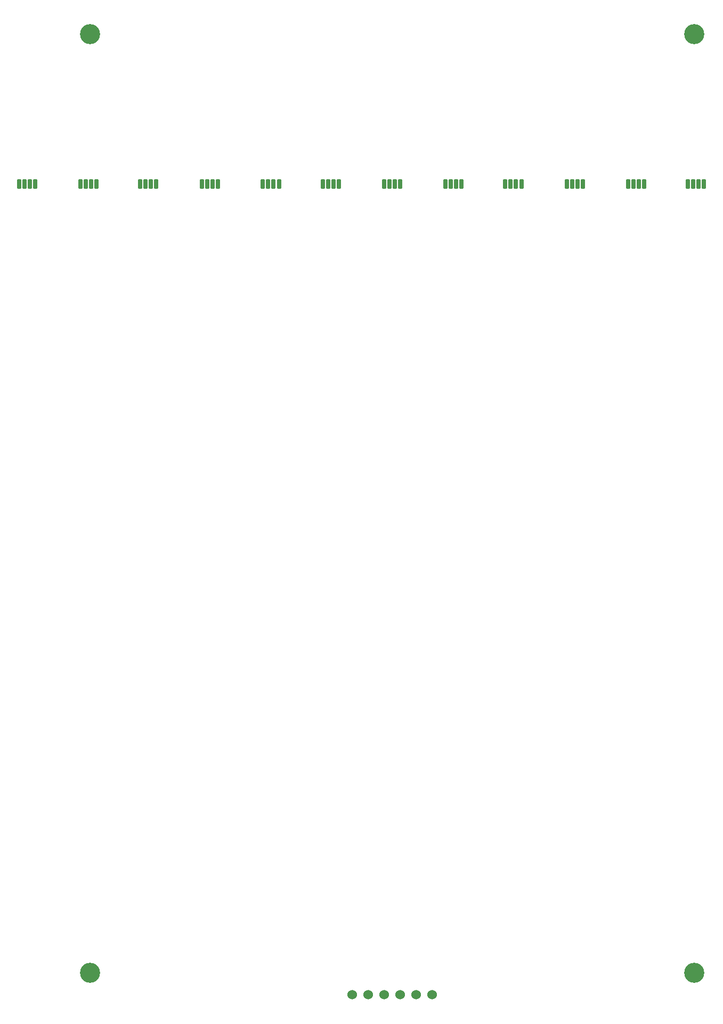
<source format=gts>
G04 #@! TF.GenerationSoftware,KiCad,Pcbnew,9.0.2*
G04 #@! TF.CreationDate,2025-05-26T23:57:56-05:00*
G04 #@! TF.ProjectId,touch-pads,746f7563-682d-4706-9164-732e6b696361,rev?*
G04 #@! TF.SameCoordinates,Original*
G04 #@! TF.FileFunction,Soldermask,Top*
G04 #@! TF.FilePolarity,Negative*
%FSLAX46Y46*%
G04 Gerber Fmt 4.6, Leading zero omitted, Abs format (unit mm)*
G04 Created by KiCad (PCBNEW 9.0.2) date 2025-05-26 23:57:56*
%MOMM*%
%LPD*%
G01*
G04 APERTURE LIST*
G04 Aperture macros list*
%AMRoundRect*
0 Rectangle with rounded corners*
0 $1 Rounding radius*
0 $2 $3 $4 $5 $6 $7 $8 $9 X,Y pos of 4 corners*
0 Add a 4 corners polygon primitive as box body*
4,1,4,$2,$3,$4,$5,$6,$7,$8,$9,$2,$3,0*
0 Add four circle primitives for the rounded corners*
1,1,$1+$1,$2,$3*
1,1,$1+$1,$4,$5*
1,1,$1+$1,$6,$7*
1,1,$1+$1,$8,$9*
0 Add four rect primitives between the rounded corners*
20,1,$1+$1,$2,$3,$4,$5,0*
20,1,$1+$1,$4,$5,$6,$7,0*
20,1,$1+$1,$6,$7,$8,$9,0*
20,1,$1+$1,$8,$9,$2,$3,0*%
G04 Aperture macros list end*
%ADD10RoundRect,0.102000X0.210000X0.650000X-0.210000X0.650000X-0.210000X-0.650000X0.210000X-0.650000X0*%
%ADD11C,3.200000*%
%ADD12C,1.524000*%
G04 APERTURE END LIST*
D10*
X242700000Y-130500000D03*
X243550000Y-130500000D03*
X244400000Y-130500000D03*
X245250000Y-130500000D03*
X232975000Y-130500000D03*
X233825000Y-130500000D03*
X234675000Y-130500000D03*
X235525000Y-130500000D03*
X281225000Y-130500000D03*
X282075000Y-130500000D03*
X282925000Y-130500000D03*
X283775000Y-130500000D03*
X310250000Y-130500000D03*
X311100000Y-130500000D03*
X311950000Y-130500000D03*
X312800000Y-130500000D03*
X223225000Y-130500000D03*
X224075000Y-130500000D03*
X224925000Y-130500000D03*
X225775000Y-130500000D03*
X213700000Y-130500000D03*
X214550000Y-130500000D03*
X215400000Y-130500000D03*
X216250000Y-130500000D03*
D11*
X311250000Y-255750000D03*
D10*
X252250000Y-130500000D03*
X253100000Y-130500000D03*
X253950000Y-130500000D03*
X254800000Y-130500000D03*
X290975000Y-130500000D03*
X291825000Y-130500000D03*
X292675000Y-130500000D03*
X293525000Y-130500000D03*
D11*
X311250000Y-106750000D03*
D10*
X271725000Y-130500000D03*
X272575000Y-130500000D03*
X273425000Y-130500000D03*
X274275000Y-130500000D03*
X300725000Y-130500000D03*
X301575000Y-130500000D03*
X302425000Y-130500000D03*
X303275000Y-130500000D03*
X203975000Y-130500000D03*
X204825000Y-130500000D03*
X205675000Y-130500000D03*
X206525000Y-130500000D03*
D11*
X215250000Y-106750000D03*
D10*
X261975000Y-130500000D03*
X262825000Y-130500000D03*
X263675000Y-130500000D03*
X264525000Y-130500000D03*
D11*
X215250000Y-255750000D03*
D12*
X256900000Y-259250000D03*
X259440000Y-259250000D03*
X261980000Y-259250000D03*
X264520000Y-259250000D03*
X267060000Y-259250000D03*
X269600000Y-259250000D03*
M02*

</source>
